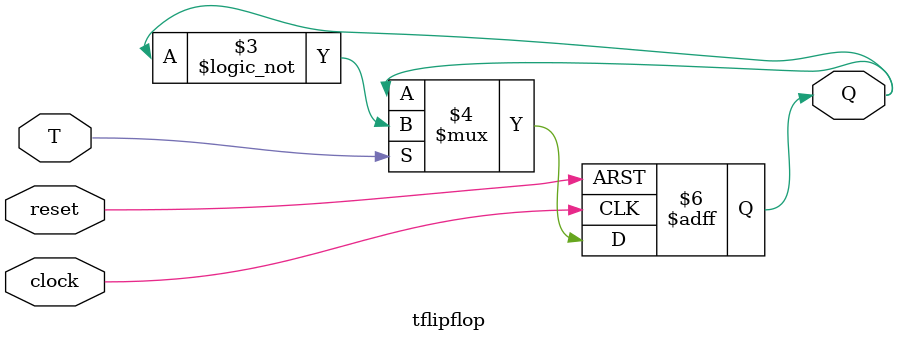
<source format=v>
module part3(SW, KEY, HEX0, HEX1);

	// Inputs and Outputs
	input [9:0] SW;
	input [0:0] KEY;
	output [0:6] HEX0, HEX1;
	
	wire clk, enable, reset;
	wire [15:0] Q;
	
	// Assignments
	assign clock = KEY[0];
	assign enable = SW[1];
	assign reset = SW[0];
	
	// Logic
	flip_flop T0  (enable, clock, reset, Q[0]);
	flip_flop T1  ((enable & Q[0]), clock, reset, Q[1]);
	flip_flop T2  ((enable & Q[0] & Q[1]), clock, reset, Q[2]);
	flip_flop T3  ((enable & Q[0] & Q[1] & Q[2]), clock, reset, Q[3]);
	flip_flop T4  ((enable & Q[0] & Q[1] & Q[2] & Q[3]), clock, reset, Q[4]);
	flip_flop T5  ((enable & Q[0] & Q[1] & Q[2] & Q[3] & Q[4]), clock, reset, Q[5]);
	flip_flop T6  ((enable & Q[0] & Q[1] & Q[2] & Q[3] & Q[4] & Q[5]), clock, reset, Q[6]);
	flip_flop T7  ((enable & Q[0] & Q[1] & Q[2] & Q[3] & Q[4] & Q[5] & Q[6]), clock, reset, Q[7]);
	flip_flop T8  ((enable & Q[0] & Q[1] & Q[2] & Q[3] & Q[4] & Q[5] & Q[6] & Q[7]), clock, reset, Q[8]);
	flip_flop T9  ((enable & Q[0] & Q[1] & Q[2] & Q[3] & Q[4] & Q[5] & Q[6] & Q[7] & Q[8]), clock, reset, Q[9]);
	flip_flop T10 ((enable & Q[0] & Q[1] & Q[2] & Q[3] & Q[4] & Q[5] & Q[6] & Q[7] & Q[8] & Q[9]), clock, reset, Q[10]);
	flip_flop T11 ((enable & Q[0] & Q[1] & Q[2] & Q[3] & Q[4] & Q[5] & Q[6] & Q[7] & Q[8] & Q[9] & Q[10]), clock, reset, Q[11]);
	flip_flop T12 ((enable & Q[0] & Q[1] & Q[2] & Q[3] & Q[4] & Q[5] & Q[6] & Q[7] & Q[8] & Q[9] & Q[10] & Q[11]), clock, reset, Q[12]);
	flip_flop T13 ((enable & Q[0] & Q[1] & Q[2] & Q[3] & Q[4] & Q[5] & Q[6] & Q[7] & Q[8] & Q[9] & Q[10] & Q[11] & Q[12]), clock, reset, Q[13]);
	flip_flop T14 ((enable & Q[0] & Q[1] & Q[2] & Q[3] & Q[4] & Q[5] & Q[6] & Q[7] & Q[8] & Q[9] & Q[10] & Q[11] & Q[12] & Q[13]), clock, reset, Q[14]);
	flip_flop T15 ((enable & Q[0] & Q[1] & Q[2] & Q[3] & Q[4] & Q[5] & Q[6] & Q[7] & Q[8] & Q[9] & Q[10] & Q[11] & Q[12] & Q[13] & Q[14]), clock, reset, Q[15]);

	
	dispHex H0 (Q[3:0],  HEX0);
	dispHex H1 (Q[7:4],  HEX1);	
	dispHex H2 (Q[11:8], HEX2);
	dispHex H3 (Q[15:9], HEX3);

endmodule


module tflipflop(T, clock, reset, Q);
	input T, clock, reset;
	output reg Q;
	
	always @ (posedge clock or negedge reset)
		if (~reset)
			Q <= 1'b0;
		else if (T)
			Q <= !Q;
endmodule

</source>
